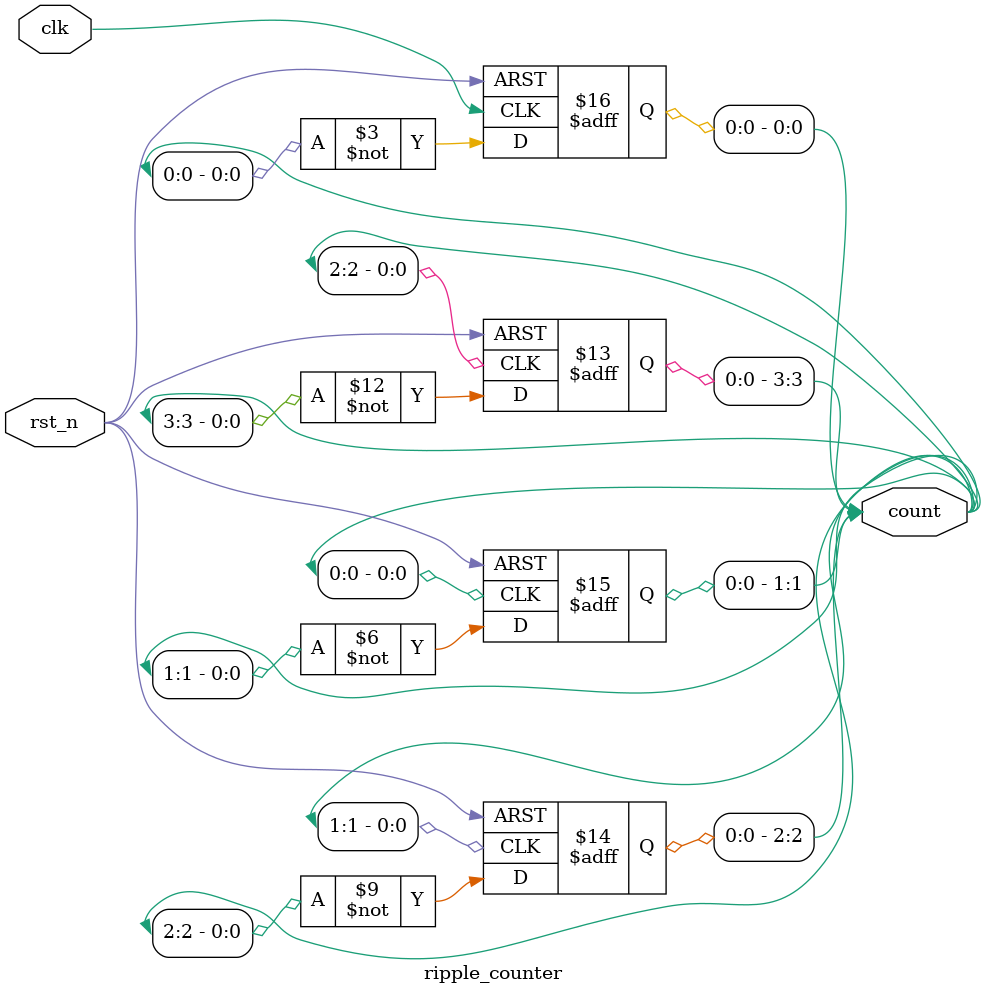
<source format=sv>
module ripple_counter #(parameter N = 4) (
    input  logic clk, rst_n,
    output logic [N-1:0] count
);
    // Bit 0 is clocked by the main clock
    always_ff @(negedge clk or negedge rst_n) begin
        if (!rst_n) count[0] <= 1'b0;
        else        count[0] <= ~count[0];
    end

    // Subsequent bits are clocked by the PREVIOUS bit (The Ripple)
    genvar i;
    generate
        for (i = 1; i < N; i++) begin : ripple_stage
            always_ff @(negedge count[i-1] or negedge rst_n) begin
                if (!rst_n) count[i] <= 1'b0;
                else        count[i] <= ~count[i];
            end
        end
    endgenerate
endmodule
</source>
